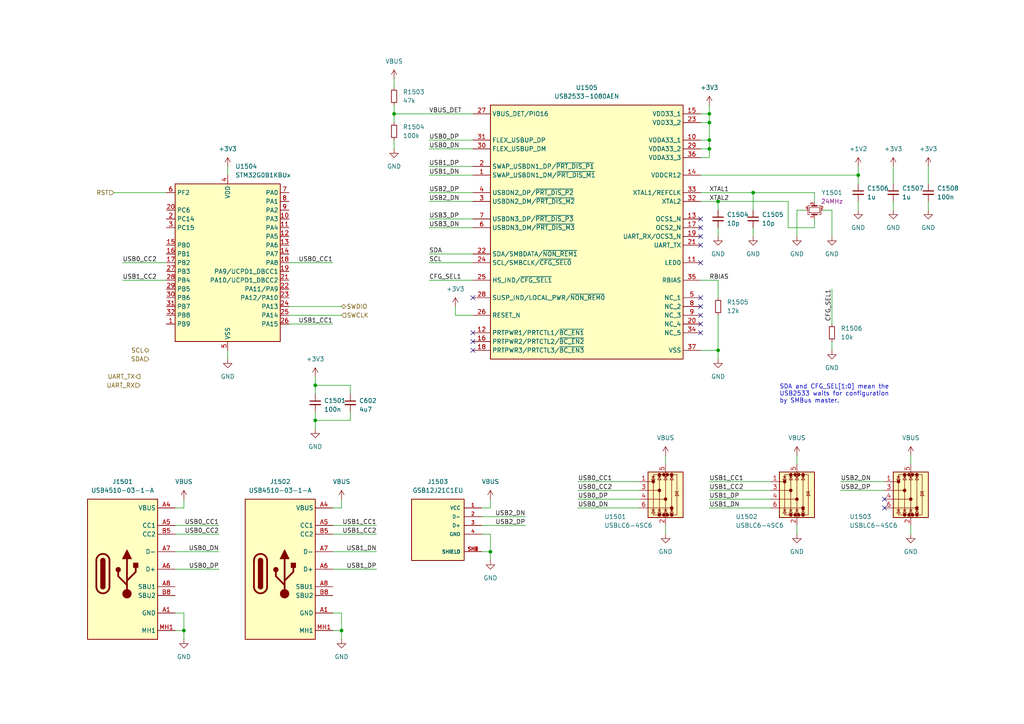
<source format=kicad_sch>
(kicad_sch (version 20231120) (generator "eeschema") (generator_version "8.0")
  (paper "A4")
  (lib_symbols
    (symbol "Device:C_Small" (pin_numbers hide) (pin_names (offset 0.254) hide)
      (property "Reference" "C" (at 0.254 1.778 0))
      (property "Value" "C_Small" (at 0.254 -2.032 0))
      (symbol "C_Small_0_1"
        (polyline (pts (xy -1.524 -0.508) (xy 1.524 -0.508)) (stroke (width 0.3302)))
        (polyline (pts (xy -1.524 0.508) (xy 1.524 0.508)) (stroke (width 0.3048)))
      )
      (symbol "C_Small_1_1"
        (pin passive line (at 0 2.54 270) (length 2.032) (name "~") (number "1"))
        (pin passive line (at 0 -2.54 90) (length 2.032) (name "~") (number "2"))
      )
    )
    (symbol "Device:Crystal_GND24_Small" (pin_names (offset 1.016) hide)
      (property "Reference" "Y" (at 1.27 4.445 0))
      (property "Value" "Crystal_GND24_Small" (at 1.27 2.54 0))
      (symbol "Crystal_GND24_Small_0_1"
        (rectangle (start -0.762 -1.524) (end 0.762 1.524))
        (polyline (pts (xy -1.27 -0.762) (xy -1.27 0.762)) (stroke (width 0.381)))
        (polyline (pts (xy 1.27 -0.762) (xy 1.27 0.762)) (stroke (width 0.381)))
        (polyline (pts (xy -1.27 -1.27) (xy -1.27 -1.905) (xy 1.27 -1.905) (xy 1.27 -1.27)))
        (polyline (pts (xy -1.27 1.27) (xy -1.27 1.905) (xy 1.27 1.905) (xy 1.27 1.27)))
      )
      (symbol "Crystal_GND24_Small_1_1"
        (pin passive line (at -2.54 0 0) (length 1.27) (name "1") (number "1"))
        (pin passive line (at 0 -2.54 90) (length 0.635) (name "2") (number "2"))
        (pin passive line (at 2.54 0 180) (length 1.27) (name "3") (number "3"))
        (pin passive line (at 0 2.54 270) (length 0.635) (name "4") (number "4"))
      )
    )
    (symbol "Device:R_Small" (pin_numbers hide) (pin_names (offset 0.254) hide)
      (property "Reference" "R" (at 0.762 0.508 0))
      (property "Value" "R_Small" (at 0.762 -1.016 0))
      (symbol "R_Small_0_1"
        (rectangle (start -0.762 1.778) (end 0.762 -1.778) (stroke (width 0.2032)))
      )
      (symbol "R_Small_1_1"
        (pin passive line (at 0 2.54 270) (length 0.762) (name "~") (number "1"))
        (pin passive line (at 0 -2.54 90) (length 0.762) (name "~") (number "2"))
      )
    )
    (symbol "GSB12J21C1EU:GSB12J21C1EU" (pin_names (offset 1.016))
      (property "Reference" "J" (at -7.62 8.382 0))
      (property "Value" "GSB12J21C1EU" (at -7.62 -12.7 0))
      (symbol "GSB12J21C1EU_0_0"
        (rectangle (start -7.62 -10.16) (end 7.62 7.62) (stroke (width 0.254)) (fill (type background)))
        (pin power_in line (at -12.7 5.08 0) (length 5.08) (name "VCC") (number "1"))
        (pin bidirectional line (at -12.7 2.54 0) (length 5.08) (name "D-") (number "2"))
        (pin bidirectional line (at -12.7 0 0) (length 5.08) (name "D+") (number "3"))
        (pin power_in line (at -12.7 -2.54 0) (length 5.08) (name "GND") (number "4"))
        (pin passive line (at -12.7 -7.62 0) (length 5.08) (name "SHIELD") (number "SH1"))
        (pin passive line (at -12.7 -7.62 0) (length 5.08) (name "SHIELD") (number "SH2"))
        (pin passive line (at -12.7 -7.62 0) (length 5.08) (name "SHIELD") (number "SH3"))
        (pin passive line (at -12.7 -7.62 0) (length 5.08) (name "SHIELD") (number "SH4"))
      )
    )
    (symbol "MCU_ST_STM32G0:STM32G0B1KBUx"
      (property "Reference" "U" (at -15.24 24.13 0))
      (property "Value" "STM32G0B1KBUx" (at 2.54 24.13 0))
      (symbol "STM32G0B1KBUx_0_1"
        (rectangle (start -15.24 -22.86) (end 15.24 22.86) (stroke (width 0.254)) (fill (type background)))
      )
      (symbol "STM32G0B1KBUx_1_1"
        (pin bidirectional line (at -17.78 -17.78 0) (length 2.54) (name "PB9") (number "1"))
        (pin bidirectional line (at 17.78 12.7 180) (length 2.54) (name "PA3") (number "10"))
        (pin bidirectional line (at 17.78 10.16 180) (length 2.54) (name "PA4") (number "11"))
        (pin bidirectional line (at 17.78 7.62 180) (length 2.54) (name "PA5") (number "12"))
        (pin bidirectional line (at 17.78 5.08 180) (length 2.54) (name "PA6") (number "13"))
        (pin bidirectional line (at 17.78 2.54 180) (length 2.54) (name "PA7") (number "14"))
        (pin bidirectional line (at -17.78 5.08 0) (length 2.54) (name "PB0") (number "15"))
        (pin bidirectional line (at -17.78 2.54 0) (length 2.54) (name "PB1") (number "16"))
        (pin bidirectional line (at -17.78 0 0) (length 2.54) (name "PB2") (number "17"))
        (pin bidirectional line (at 17.78 0 180) (length 2.54) (name "PA8") (number "18"))
        (pin bidirectional line (at 17.78 -2.54 180) (length 2.54) (name "PA9/UCPD1_DBCC1") (number "19"))
        (pin bidirectional line (at -17.78 12.7 0) (length 2.54) (name "PC14") (number "2"))
        (pin bidirectional line (at -17.78 15.24 0) (length 2.54) (name "PC6") (number "20"))
        (pin bidirectional line (at 17.78 -5.08 180) (length 2.54) (name "PA10/UCPD1_DBCC2") (number "21"))
        (pin bidirectional line (at 17.78 -7.62 180) (length 2.54) (name "PA11/PA9") (number "22"))
        (pin bidirectional line (at 17.78 -10.16 180) (length 2.54) (name "PA12/PA10") (number "23"))
        (pin bidirectional line (at 17.78 -12.7 180) (length 2.54) (name "PA13") (number "24"))
        (pin bidirectional line (at 17.78 -15.24 180) (length 2.54) (name "PA14") (number "25"))
        (pin bidirectional line (at 17.78 -17.78 180) (length 2.54) (name "PA15") (number "26"))
        (pin bidirectional line (at -17.78 -2.54 0) (length 2.54) (name "PB3") (number "27"))
        (pin bidirectional line (at -17.78 -5.08 0) (length 2.54) (name "PB4") (number "28"))
        (pin bidirectional line (at -17.78 -7.62 0) (length 2.54) (name "PB5") (number "29"))
        (pin bidirectional line (at -17.78 10.16 0) (length 2.54) (name "PC15") (number "3"))
        (pin bidirectional line (at -17.78 -10.16 0) (length 2.54) (name "PB6") (number "30"))
        (pin bidirectional line (at -17.78 -12.7 0) (length 2.54) (name "PB7") (number "31"))
        (pin bidirectional line (at -17.78 -15.24 0) (length 2.54) (name "PB8") (number "32"))
        (pin passive line (at 0 -25.4 90) (length 2.54) hide (name "VSS") (number "33"))
        (pin power_in line (at 0 25.4 270) (length 2.54) (name "VDD") (number "4"))
        (pin power_in line (at 0 -25.4 90) (length 2.54) (name "VSS") (number "5"))
        (pin bidirectional line (at -17.78 20.32 0) (length 2.54) (name "PF2") (number "6"))
        (pin bidirectional line (at 17.78 20.32 180) (length 2.54) (name "PA0") (number "7"))
        (pin bidirectional line (at 17.78 17.78 180) (length 2.54) (name "PA1") (number "8"))
        (pin bidirectional line (at 17.78 15.24 180) (length 2.54) (name "PA2") (number "9"))
      )
    )
    (symbol "Power_Protection:USBLC6-4SC6" (pin_names hide)
      (property "Reference" "U" (at 1.27 9.525 0))
      (property "Value" "USBLC6-4SC6" (at 1.27 6.985 0))
      (symbol "USBLC6-4SC6_0_0"
        (circle (center -3.556 2.54) (radius 0.0001) (stroke (width 0.508)))
        (circle (center -1.778 -7.112) (radius 0.0001) (stroke (width 0.508)))
        (circle (center -1.778 0) (radius 0.0001) (stroke (width 0.508)))
        (circle (center -1.778 4.572) (radius 0.0001) (stroke (width 0.508)))
        (circle (center -0.508 -7.112) (radius 0.0001) (stroke (width 0.508)))
        (circle (center -0.508 4.572) (radius 0.0001) (stroke (width 0.508)))
        (circle (center 0 -2.54) (radius 0.0001) (stroke (width 0.508)))
        (circle (center 0.508 -7.112) (radius 0.0001) (stroke (width 0.508)))
        (circle (center 0.508 4.572) (radius 0.0001) (stroke (width 0.508)))
        (circle (center 1.778 -7.112) (radius 0.0001) (stroke (width 0.508)))
        (circle (center 1.778 -5.08) (radius 0.0001) (stroke (width 0.508)))
        (circle (center 1.778 4.572) (radius 0.0001) (stroke (width 0.508)))
      )
      (symbol "USBLC6-4SC6_0_1"
        (polyline (pts (xy -5.08 -5.08) (xy 1.778 -5.08)))
        (polyline (pts (xy -5.08 -2.54) (xy 0 -2.54)))
        (polyline (pts (xy -5.08 0) (xy -1.778 0)))
        (polyline (pts (xy -5.08 2.54) (xy -3.556 2.54)))
        (polyline (pts (xy -4.064 -5.588) (xy -3.048 -5.588)))
        (polyline (pts (xy -3.048 4.064) (xy -4.064 4.064)))
        (polyline (pts (xy -2.286 -5.588) (xy -1.27 -5.588)))
        (polyline (pts (xy -2.286 4.064) (xy -1.27 4.064)))
        (polyline (pts (xy -0.508 -5.588) (xy 0.508 -5.588)))
        (polyline (pts (xy 0 5.08) (xy 0.508 4.572)))
        (polyline (pts (xy 0.508 -7.112) (xy -0.508 -7.112)))
        (polyline (pts (xy 0.508 4.064) (xy -0.508 4.064)))
        (polyline (pts (xy 1.27 4.064) (xy 2.286 4.064)))
        (polyline (pts (xy 2.286 -5.588) (xy 1.27 -5.588)))
        (polyline (pts (xy 2.794 -0.762) (xy 2.794 -0.381) (xy 3.81 -0.381)))
        (polyline (pts (xy -4.064 3.048) (xy -3.048 3.048) (xy -3.556 4.064) (xy -4.064 3.048)))
        (polyline (pts (xy -3.048 -6.604) (xy -4.064 -6.604) (xy -3.556 -5.588) (xy -3.048 -6.604)))
        (polyline (pts (xy -1.27 -6.604) (xy -2.286 -6.604) (xy -1.778 -5.588) (xy -1.27 -6.604)))
        (polyline (pts (xy -1.27 3.048) (xy -2.286 3.048) (xy -1.778 4.064) (xy -1.27 3.048)))
        (polyline (pts (xy -0.508 -6.604) (xy 0.508 -6.604) (xy 0 -5.588) (xy -0.508 -6.604)))
        (polyline (pts (xy -0.508 3.048) (xy 0.508 3.048) (xy 0 4.064) (xy -0.508 3.048)))
        (polyline (pts (xy 1.27 -6.604) (xy 2.286 -6.604) (xy 1.778 -5.588) (xy 1.27 -6.604)))
        (polyline (pts (xy 1.778 4.572) (xy 3.302 4.572) (xy 3.302 -7.112) (xy 1.778 -7.112)))
        (polyline (pts (xy 2.286 3.048) (xy 1.27 3.048) (xy 1.778 4.064) (xy 2.286 3.048)))
        (polyline (pts (xy 3.81 -1.524) (xy 2.794 -1.524) (xy 3.302 -0.508) (xy 3.81 -1.524)))
      )
      (symbol "USBLC6-4SC6_1_1"
        (rectangle (start -5.08 5.334) (end 5.08 -7.874) (stroke (width 0.254)) (fill (type background)))
        (polyline (pts (xy -1.778 4.572) (xy -3.556 4.572) (xy -3.556 -7.112) (xy -1.778 -7.112)))
        (polyline (pts (xy -0.508 4.572) (xy 1.778 4.572) (xy 1.778 -7.112) (xy 0.508 -7.112)))
        (polyline (pts (xy 0.508 -7.112) (xy 0 -6.604) (xy 0 4.064) (xy -0.508 4.572)))
        (polyline (pts (xy 0 -7.62) (xy -0.508 -7.112) (xy -1.778 -7.112) (xy -1.778 4.572) (xy -0.508 4.572)))
        (pin passive line (at -7.62 2.54 0) (length 2.54) (name "I/O1") (number "1"))
        (pin passive line (at 0 -10.16 90) (length 2.54) (name "GND") (number "2"))
        (pin passive line (at -7.62 0 0) (length 2.54) (name "I/O2") (number "3"))
        (pin passive line (at -7.62 -2.54 0) (length 2.54) (name "I/O3") (number "4"))
        (pin passive line (at 0 7.62 270) (length 2.54) (name "VBUS") (number "5"))
        (pin passive line (at -7.62 -5.08 0) (length 2.54) (name "I/O4") (number "6"))
      )
    )
    (symbol "USB2533-1080AEN:USB2533-1080AEN"
      (property "Reference" "U" (at 74.93 45.72 0))
      (property "Value" "USB2533-1080AEN" (at 74.93 43.18 0))
      (symbol "USB2533-1080AEN_1_1"
        (rectangle (start -27.94 0) (end 27.94 -73.66) (stroke (width 0.254)) (fill (type background)))
        (pin passive line (at -33.02 -20.32 0) (length 5.08) (name "SWAP_USBDN1_DM/~{PRT_DIS_M1}") (number "1"))
        (pin passive line (at 33.02 -10.16 180) (length 5.08) (name "VDDA33_1") (number "10"))
        (pin passive line (at 33.02 -45.72 180) (length 5.08) (name "LED0") (number "11"))
        (pin passive line (at -33.02 -66.04 0) (length 5.08) (name "PRTPWR1/PRTCTL1/~{BC_EN1}") (number "12"))
        (pin passive line (at 33.02 -33.02 180) (length 5.08) (name "OCS1_N") (number "13"))
        (pin passive line (at 33.02 -20.32 180) (length 5.08) (name "VDDCR12") (number "14"))
        (pin passive line (at 33.02 -2.54 180) (length 5.08) (name "VDD33_1") (number "15"))
        (pin passive line (at -33.02 -68.58 0) (length 5.08) (name "PRTPWR2/PRTCTL2/~{BC_EN2}") (number "16"))
        (pin passive line (at 33.02 -35.56 180) (length 5.08) (name "OCS2_N") (number "17"))
        (pin passive line (at -33.02 -71.12 0) (length 5.08) (name "PRTPWR3/PRTCTL3/~{BC_EN3}") (number "18"))
        (pin passive line (at 33.02 -38.1 180) (length 5.08) (name "UART_RX/OCS3_N") (number "19"))
        (pin passive line (at -33.02 -17.78 0) (length 5.08) (name "SWAP_USBDN1_DP/~{PRT_DIS_P1}") (number "2"))
        (pin passive line (at 33.02 -63.5 180) (length 5.08) (name "NC_4") (number "20"))
        (pin passive line (at 33.02 -40.64 180) (length 5.08) (name "UART_TX") (number "21"))
        (pin passive line (at -33.02 -43.18 0) (length 5.08) (name "SDA/SMBDATA/~{NON_REM1}") (number "22"))
        (pin passive line (at 33.02 -5.08 180) (length 5.08) (name "VDD33_2") (number "23"))
        (pin passive line (at -33.02 -45.72 0) (length 5.08) (name "SCL/SMBCLK/~{CFG_SEL0}") (number "24"))
        (pin passive line (at -33.02 -50.8 0) (length 5.08) (name "HS_IND/~{CFG_SEL1}") (number "25"))
        (pin passive line (at -33.02 -60.96 0) (length 5.08) (name "RESET_N") (number "26"))
        (pin passive line (at -33.02 -2.54 0) (length 5.08) (name "VBUS_DET/PIO16") (number "27"))
        (pin passive line (at -33.02 -55.88 0) (length 5.08) (name "SUSP_IND/LOCAL_PWR/~{NON_REM0}") (number "28"))
        (pin passive line (at 33.02 -12.7 180) (length 5.08) (name "VDDA33_2") (number "29"))
        (pin passive line (at -33.02 -27.94 0) (length 5.08) (name "USBDN2_DM/~{PRT_DIS_M2}") (number "3"))
        (pin passive line (at -33.02 -12.7 0) (length 5.08) (name "FLEX_USBUP_DM") (number "30"))
        (pin passive line (at -33.02 -10.16 0) (length 5.08) (name "FLEX_USBUP_DP") (number "31"))
        (pin passive line (at 33.02 -27.94 180) (length 5.08) (name "XTAL2") (number "32"))
        (pin passive line (at 33.02 -25.4 180) (length 5.08) (name "XTAL1/REFCLK") (number "33"))
        (pin passive line (at 33.02 -66.04 180) (length 5.08) (name "NC_5") (number "34"))
        (pin passive line (at 33.02 -50.8 180) (length 5.08) (name "RBIAS") (number "35"))
        (pin passive line (at 33.02 -15.24 180) (length 5.08) (name "VDDA33_3") (number "36"))
        (pin passive line (at 33.02 -71.12 180) (length 5.08) (name "VSS") (number "37"))
        (pin passive line (at -33.02 -25.4 0) (length 5.08) (name "USBDN2_DP/~{PRT_DIS_P2}") (number "4"))
        (pin passive line (at 33.02 -55.88 180) (length 5.08) (name "NC_1") (number "5"))
        (pin passive line (at -33.02 -35.56 0) (length 5.08) (name "USBDN3_DM/~{PRT_DIS_M3}") (number "6"))
        (pin passive line (at -33.02 -33.02 0) (length 5.08) (name "USBDN3_DP/~{PRT_DIS_P3}") (number "7"))
        (pin passive line (at 33.02 -58.42 180) (length 5.08) (name "NC_2") (number "8"))
        (pin passive line (at 33.02 -60.96 180) (length 5.08) (name "NC_3") (number "9"))
      )
    )
    (symbol "USB4510-03-1-A:USB4510-03-1-A"
      (property "Reference" "J" (at 0 5.08 0))
      (property "Value" "USB4510-03-1-A" (at 0 2.54 0))
      (symbol "USB4510-03-1-A_0_1"
        (rectangle (start -10.16 0) (end 10.16 -40.64) (stroke (width 0.254)) (fill (type background)))
        (arc (start -7.62 -25.4) (mid -5.715 -27.2967) (end -3.81 -25.4) (stroke (width 0.508)))
        (arc (start -6.35 -25.4) (mid -5.715 -26.0323) (end -5.08 -25.4) (stroke (width 0.254)))
        (arc (start -6.35 -25.4) (mid -5.715 -26.0323) (end -5.08 -25.4) (stroke (width 0.254)) (fill (type outline)))
        (rectangle (start -6.35 -25.4) (end -5.08 -17.78) (stroke (width 0.254)) (fill (type outline)))
        (arc (start -5.08 -17.78) (mid -5.715 -17.1477) (end -6.35 -17.78) (stroke (width 0.254)))
        (arc (start -5.08 -17.78) (mid -5.715 -17.1477) (end -6.35 -17.78) (stroke (width 0.254)) (fill (type outline)))
        (arc (start -3.81 -17.78) (mid -5.715 -15.8833) (end -7.62 -17.78) (stroke (width 0.508)))
        (polyline (pts (xy -7.62 -25.4) (xy -7.62 -17.78)) (stroke (width 0.508)))
        (polyline (pts (xy -3.81 -17.78) (xy -3.81 -25.4)) (stroke (width 0.508)))
      )
      (symbol "USB4510-03-1-A_1_1"
        (circle (center -1.27 -20.447) (radius 0.635) (stroke (width 0.254)) (fill (type outline)))
        (polyline (pts (xy 1.27 -27.432) (xy 1.27 -17.272)) (stroke (width 0.508)))
        (polyline (pts (xy 1.27 -24.892) (xy -1.27 -22.352) (xy -1.27 -21.082)) (stroke (width 0.508)))
        (polyline (pts (xy 1.27 -23.622) (xy 3.81 -21.082) (xy 3.81 -19.812)) (stroke (width 0.508)))
        (polyline (pts (xy 0 -17.272) (xy 1.27 -14.732) (xy 2.54 -17.272) (xy 0 -17.272)) (stroke (width 0.254)) (fill (type outline)))
        (circle (center 1.27 -27.432) (radius 1.27) (fill (type outline)))
        (rectangle (start 3.175 -19.812) (end 4.445 -18.542) (stroke (width 0.254)) (fill (type outline)))
        (pin passive line (at 15.24 -33.02 180) (length 5.08) (name "GND") (number "A1"))
        (pin passive line (at 15.24 -33.02 180) (length 5.08) hide (name "GND") (number "A12"))
        (pin passive line (at 15.24 -2.54 180) (length 5.08) (name "VBUS") (number "A4"))
        (pin bidirectional line (at 15.24 -7.62 180) (length 5.08) (name "CC1") (number "A5"))
        (pin bidirectional line (at 15.24 -20.32 180) (length 5.08) (name "D+") (number "A6"))
        (pin bidirectional line (at 15.24 -15.24 180) (length 5.08) (name "D-") (number "A7"))
        (pin bidirectional line (at 15.24 -25.4 180) (length 5.08) (name "SBU1") (number "A8"))
        (pin passive line (at 15.24 -2.54 180) (length 5.08) hide (name "VBUS") (number "A9"))
        (pin bidirectional line (at 15.24 -10.16 180) (length 5.08) (name "CC2") (number "B5"))
        (pin passive line (at 15.24 -20.32 180) (length 5.08) hide (name "D+") (number "B6"))
        (pin passive line (at 15.24 -15.24 180) (length 5.08) hide (name "D-") (number "B7"))
        (pin bidirectional line (at 15.24 -27.94 180) (length 5.08) (name "SBU2") (number "B8"))
        (pin passive line (at 15.24 -38.1 180) (length 5.08) (name "MH1") (number "MH1"))
        (pin passive line (at 15.24 -38.1 180) (length 5.08) hide (name "MH2") (number "MH2"))
        (pin passive line (at 15.24 -38.1 180) (length 5.08) hide (name "MH3") (number "MH3"))
        (pin passive line (at 15.24 -38.1 180) (length 5.08) hide (name "MH4") (number "MH4"))
      )
    )
    (symbol "power:+1V2" (power) (pin_numbers hide) (pin_names (offset 0) hide)
      (property "Value" "+1V2" (at 0 3.556 0))
      (symbol "+1V2_0_1"
        (polyline (pts (xy -0.762 1.27) (xy 0 2.54)))
        (polyline (pts (xy 0 0) (xy 0 2.54)))
        (polyline (pts (xy 0 2.54) (xy 0.762 1.27)))
      )
      (symbol "+1V2_1_1"
        (pin power_in line (at 0 0 90) (length 0) (name "~") (number "1"))
      )
    )
    (symbol "power:+3V3" (power) (pin_numbers hide) (pin_names (offset 0) hide)
      (property "Value" "+3V3" (at 0 3.556 0))
      (symbol "+3V3_0_1"
        (polyline (pts (xy -0.762 1.27) (xy 0 2.54)))
        (polyline (pts (xy 0 0) (xy 0 2.54)))
        (polyline (pts (xy 0 2.54) (xy 0.762 1.27)))
      )
      (symbol "+3V3_1_1"
        (pin power_in line (at 0 0 90) (length 0) (name "~") (number "1"))
      )
    )
    (symbol "power:GND" (power) (pin_numbers hide) (pin_names (offset 0) hide)
      (property "Value" "GND" (at 0 -3.81 0))
      (symbol "GND_0_1"
        (polyline (pts (xy 0 0) (xy 0 -1.27) (xy 1.27 -1.27) (xy 0 -2.54) (xy -1.27 -1.27) (xy 0 -1.27)))
      )
      (symbol "GND_1_1"
        (pin power_in line (at 0 0 270) (length 0) (name "~") (number "1"))
      )
    )
    (symbol "power:VBUS" (power) (pin_numbers hide) (pin_names (offset 0) hide)
      (property "Value" "VBUS" (at 0 3.556 0))
      (symbol "VBUS_0_1"
        (polyline (pts (xy -0.762 1.27) (xy 0 2.54)))
        (polyline (pts (xy 0 0) (xy 0 2.54)))
        (polyline (pts (xy 0 2.54) (xy 0.762 1.27)))
      )
      (symbol "VBUS_1_1"
        (pin power_in line (at 0 0 90) (length 0) (name "~") (number "1"))
      )
    )
  )
  (junction (at 205.74 40.64))
  (junction (at 142.24 160.02))
  (junction (at 205.74 35.56))
  (junction (at 91.44 121.92))
  (junction (at 205.74 33.02))
  (junction (at 53.34 182.88))
  (junction (at 205.74 43.18))
  (junction (at 91.44 111.76))
  (junction (at 208.28 101.6))
  (junction (at 208.28 58.42))
  (junction (at 248.92 50.8))
  (junction (at 114.3 33.02))
  (junction (at 218.44 55.88))
  (junction (at 99.06 182.88))
  (no_connect (at 203.2 71.12))
  (no_connect (at 203.2 91.44))
  (no_connect (at 203.2 68.58))
  (no_connect (at 203.2 88.9))
  (no_connect (at 137.16 86.36))
  (no_connect (at 203.2 96.52))
  (no_connect (at 137.16 101.6))
  (no_connect (at 203.2 66.04))
  (no_connect (at 203.2 93.98))
  (no_connect (at 203.2 86.36))
  (no_connect (at 203.2 76.2))
  (no_connect (at 137.16 99.06))
  (no_connect (at 203.2 63.5))
  (no_connect (at 137.16 96.52))
  (no_connect (at 256.54 144.78))
  (no_connect (at 256.54 147.32))
  (wire (pts (xy 185.42 147.32) (xy 167.64 147.32)))
  (wire (pts (xy 218.44 66.04) (xy 218.44 68.58)))
  (wire (pts (xy 99.06 177.8) (xy 99.06 182.88)))
  (wire (pts (xy 53.34 144.78) (xy 53.34 147.32)))
  (wire (pts (xy 205.74 45.72) (xy 203.2 45.72)))
  (wire (pts (xy 142.24 144.78) (xy 142.24 147.32)))
  (wire (pts (xy 248.92 50.8) (xy 248.92 48.26)))
  (wire (pts (xy 167.64 142.24) (xy 185.42 142.24)))
  (wire (pts (xy 203.2 58.42) (xy 208.28 58.42)))
  (wire (pts (xy 132.08 91.44) (xy 137.16 91.44)))
  (wire (pts (xy 205.74 142.24) (xy 223.52 142.24)))
  (wire (pts (xy 139.7 154.94) (xy 142.24 154.94)))
  (wire (pts (xy 124.46 63.5) (xy 137.16 63.5)))
  (wire (pts (xy 223.52 144.78) (xy 205.74 144.78)))
  (wire (pts (xy 142.24 154.94) (xy 142.24 160.02)))
  (wire (pts (xy 205.74 139.7) (xy 223.52 139.7)))
  (wire (pts (xy 264.16 132.08) (xy 264.16 134.62)))
  (wire (pts (xy 91.44 121.92) (xy 101.6 121.92)))
  (wire (pts (xy 259.08 48.26) (xy 259.08 53.34)))
  (wire (pts (xy 66.04 48.26) (xy 66.04 50.8)))
  (wire (pts (xy 241.3 99.06) (xy 241.3 101.6)))
  (wire (pts (xy 203.2 101.6) (xy 208.28 101.6)))
  (wire (pts (xy 231.14 60.96) (xy 231.14 68.58)))
  (wire (pts (xy 205.74 30.48) (xy 205.74 33.02)))
  (wire (pts (xy 124.46 50.8) (xy 137.16 50.8)))
  (wire (pts (xy 259.08 58.42) (xy 259.08 60.96)))
  (wire (pts (xy 91.44 109.22) (xy 91.44 111.76)))
  (wire (pts (xy 50.8 160.02) (xy 63.5 160.02)))
  (wire (pts (xy 66.04 101.6) (xy 66.04 104.14)))
  (wire (pts (xy 248.92 50.8) (xy 248.92 53.34)))
  (wire (pts (xy 124.46 76.2) (xy 137.16 76.2)))
  (wire (pts (xy 203.2 55.88) (xy 218.44 55.88)))
  (wire (pts (xy 99.06 91.44) (xy 83.82 91.44)))
  (wire (pts (xy 139.7 160.02) (xy 142.24 160.02)))
  (wire (pts (xy 91.44 111.76) (xy 101.6 111.76)))
  (wire (pts (xy 53.34 177.8) (xy 53.34 182.88)))
  (wire (pts (xy 63.5 152.4) (xy 50.8 152.4)))
  (wire (pts (xy 114.3 33.02) (xy 137.16 33.02)))
  (wire (pts (xy 236.22 66.04) (xy 236.22 63.5)))
  (wire (pts (xy 35.56 81.28) (xy 48.26 81.28)))
  (wire (pts (xy 63.5 154.94) (xy 50.8 154.94)))
  (wire (pts (xy 205.74 35.56) (xy 203.2 35.56)))
  (wire (pts (xy 96.52 165.1) (xy 109.22 165.1)))
  (wire (pts (xy 91.44 119.38) (xy 91.44 121.92)))
  (wire (pts (xy 205.74 33.02) (xy 203.2 33.02)))
  (wire (pts (xy 99.06 147.32) (xy 96.52 147.32)))
  (wire (pts (xy 50.8 182.88) (xy 53.34 182.88)))
  (wire (pts (xy 243.84 142.24) (xy 256.54 142.24)))
  (wire (pts (xy 205.74 40.64) (xy 205.74 43.18)))
  (wire (pts (xy 264.16 152.4) (xy 264.16 154.94)))
  (wire (pts (xy 205.74 40.64) (xy 203.2 40.64)))
  (wire (pts (xy 208.28 66.04) (xy 208.28 68.58)))
  (wire (pts (xy 91.44 111.76) (xy 91.44 114.3)))
  (wire (pts (xy 101.6 119.38) (xy 101.6 121.92)))
  (wire (pts (xy 114.3 43.18) (xy 114.3 40.64)))
  (wire (pts (xy 228.6 58.42) (xy 228.6 66.04)))
  (wire (pts (xy 96.52 76.2) (xy 83.82 76.2)))
  (wire (pts (xy 53.34 147.32) (xy 50.8 147.32)))
  (wire (pts (xy 83.82 93.98) (xy 96.52 93.98)))
  (wire (pts (xy 124.46 40.64) (xy 137.16 40.64)))
  (wire (pts (xy 233.68 60.96) (xy 231.14 60.96)))
  (wire (pts (xy 91.44 121.92) (xy 91.44 124.46)))
  (wire (pts (xy 152.4 152.4) (xy 139.7 152.4)))
  (wire (pts (xy 185.42 144.78) (xy 167.64 144.78)))
  (wire (pts (xy 205.74 43.18) (xy 205.74 45.72)))
  (wire (pts (xy 228.6 66.04) (xy 236.22 66.04)))
  (wire (pts (xy 167.64 139.7) (xy 185.42 139.7)))
  (wire (pts (xy 193.04 132.08) (xy 193.04 134.62)))
  (wire (pts (xy 208.28 101.6) (xy 208.28 104.14)))
  (wire (pts (xy 218.44 55.88) (xy 218.44 60.96)))
  (wire (pts (xy 241.3 68.58) (xy 241.3 60.96)))
  (wire (pts (xy 243.84 139.7) (xy 256.54 139.7)))
  (wire (pts (xy 269.24 58.42) (xy 269.24 60.96)))
  (wire (pts (xy 96.52 177.8) (xy 99.06 177.8)))
  (wire (pts (xy 114.3 22.86) (xy 114.3 25.4)))
  (wire (pts (xy 124.46 73.66) (xy 137.16 73.66)))
  (wire (pts (xy 142.24 147.32) (xy 139.7 147.32)))
  (wire (pts (xy 241.3 60.96) (xy 238.76 60.96)))
  (wire (pts (xy 203.2 50.8) (xy 248.92 50.8)))
  (wire (pts (xy 205.74 35.56) (xy 205.74 40.64)))
  (wire (pts (xy 142.24 160.02) (xy 142.24 162.56)))
  (wire (pts (xy 99.06 144.78) (xy 99.06 147.32)))
  (wire (pts (xy 50.8 177.8) (xy 53.34 177.8)))
  (wire (pts (xy 50.8 165.1) (xy 63.5 165.1)))
  (wire (pts (xy 124.46 81.28) (xy 137.16 81.28)))
  (wire (pts (xy 231.14 152.4) (xy 231.14 154.94)))
  (wire (pts (xy 114.3 33.02) (xy 114.3 35.56)))
  (wire (pts (xy 124.46 66.04) (xy 137.16 66.04)))
  (wire (pts (xy 101.6 114.3) (xy 101.6 111.76)))
  (wire (pts (xy 96.52 182.88) (xy 99.06 182.88)))
  (wire (pts (xy 205.74 33.02) (xy 205.74 35.56)))
  (wire (pts (xy 152.4 149.86) (xy 139.7 149.86)))
  (wire (pts (xy 109.22 154.94) (xy 96.52 154.94)))
  (wire (pts (xy 124.46 58.42) (xy 137.16 58.42)))
  (wire (pts (xy 208.28 58.42) (xy 228.6 58.42)))
  (wire (pts (xy 99.06 88.9) (xy 83.82 88.9)))
  (wire (pts (xy 33.02 55.88) (xy 48.26 55.88)))
  (wire (pts (xy 124.46 48.26) (xy 137.16 48.26)))
  (wire (pts (xy 248.92 58.42) (xy 248.92 60.96)))
  (wire (pts (xy 114.3 30.48) (xy 114.3 33.02)))
  (wire (pts (xy 208.28 86.36) (xy 208.28 81.28)))
  (wire (pts (xy 124.46 55.88) (xy 137.16 55.88)))
  (wire (pts (xy 53.34 182.88) (xy 53.34 185.42)))
  (wire (pts (xy 193.04 152.4) (xy 193.04 154.94)))
  (wire (pts (xy 208.28 81.28) (xy 203.2 81.28)))
  (wire (pts (xy 241.3 83.82) (xy 241.3 93.98)))
  (wire (pts (xy 109.22 152.4) (xy 96.52 152.4)))
  (wire (pts (xy 132.08 88.9) (xy 132.08 91.44)))
  (wire (pts (xy 231.14 132.08) (xy 231.14 134.62)))
  (wire (pts (xy 236.22 55.88) (xy 236.22 58.42)))
  (wire (pts (xy 208.28 91.44) (xy 208.28 101.6)))
  (wire (pts (xy 96.52 160.02) (xy 109.22 160.02)))
  (wire (pts (xy 208.28 58.42) (xy 208.28 60.96)))
  (wire (pts (xy 124.46 43.18) (xy 137.16 43.18)))
  (wire (pts (xy 223.52 147.32) (xy 205.74 147.32)))
  (wire (pts (xy 269.24 48.26) (xy 269.24 53.34)))
  (wire (pts (xy 205.74 43.18) (xy 203.2 43.18)))
  (wire (pts (xy 218.44 55.88) (xy 236.22 55.88)))
  (wire (pts (xy 35.56 76.2) (xy 48.26 76.2)))
  (wire (pts (xy 99.06 182.88) (xy 99.06 185.42)))
  (text "SDA and CFG_SEL[1:0] mean the\nUSB2533 waits for configuration\nby SMBus master." (at 226.06 114.3 0) (effects (font (size 1.27 1.27)) (justify left)))
  (label "USB1_DP" (at 205.74 144.78 0))
  (label "USB0_DP" (at 63.5 165.1 180))
  (label "CFG_SEL1" (at 241.3 83.82 270))
  (label "USB0_DN" (at 63.5 160.02 180))
  (label "USB1_CC1" (at 109.22 152.4 180))
  (label "USB0_DP" (at 167.64 144.78 0))
  (label "USB2_DN" (at 124.46 58.42 0))
  (label "USB1_CC1" (at 205.74 139.7 0))
  (label "XTAL2" (at 205.74 58.42 0))
  (label "USB2_DP" (at 124.46 55.88 0))
  (label "VBUS_DET" (at 124.46 33.02 0))
  (label "USB1_CC1" (at 96.52 93.98 180))
  (label "USB2_DN" (at 152.4 149.86 180))
  (label "USB1_CC2" (at 205.74 142.24 0))
  (label "USB0_CC2" (at 167.64 142.24 0))
  (label "USB0_DN" (at 167.64 147.32 0))
  (label "USB0_CC2" (at 35.56 76.2 0))
  (label "USB3_DP" (at 124.46 63.5 0))
  (label "USB1_DN" (at 109.22 160.02 180))
  (label "USB1_DN" (at 124.46 50.8 0))
  (label "USB1_CC2" (at 35.56 81.28 0))
  (label "USB3_DN" (at 124.46 66.04 0))
  (label "USB1_CC2" (at 109.22 154.94 180))
  (label "USB2_DN" (at 243.84 139.7 0))
  (label "USB0_DN" (at 124.46 43.18 0))
  (label "USB1_DN" (at 205.74 147.32 0))
  (label "RBIAS" (at 205.74 81.28 0))
  (label "USB1_DP" (at 109.22 165.1 180))
  (label "USB0_CC1" (at 96.52 76.2 180))
  (label "SDA" (at 124.46 73.66 0))
  (label "USB0_CC1" (at 167.64 139.7 0))
  (label "SCL" (at 124.46 76.2 0))
  (label "XTAL1" (at 205.74 55.88 0))
  (label "USB2_DP" (at 243.84 142.24 0))
  (label "USB0_DP" (at 124.46 40.64 0))
  (label "USB0_CC1" (at 63.5 152.4 180))
  (label "USB0_CC2" (at 63.5 154.94 180))
  (label "CFG_SEL1" (at 124.46 81.28 0))
  (label "USB1_DP" (at 124.46 48.26 0))
  (label "USB2_DP" (at 152.4 152.4 180))
  (hierarchical_label "SWDIO" (shape bidirectional) (at 99.06 88.9 0))
  (hierarchical_label "SCL" (shape bidirectional) (at 43.18 101.6 180))
  (hierarchical_label "SDA" (shape input) (at 43.18 104.14 180))
  (hierarchical_label "SWCLK" (shape input) (at 99.06 91.44 0))
  (hierarchical_label "UART_TX" (shape output) (at 40.64 109.22 180))
  (hierarchical_label "RST" (shape input) (at 33.02 55.88 180))
  (hierarchical_label "UART_RX" (shape input) (at 40.64 111.76 180))
  (symbol (lib_id "Power_Protection:USBLC6-4SC6") (at 193.04 142.24 0) (unit 1)
    (property "Reference" "U1501" (at 175.26 149.86 0) (effects (justify left)))
    (property "Value" "USBLC6-4SC6" (at 175.26 152.4 0) (effects (justify left)))
    (property "Footprint" "Package_TO_SOT_SMD:SOT-23-6" (effects (hide yes)))
    (property "Datasheet" "https://www.st.com/resource/en/datasheet/usblc6-4.pdf" (effects (hide yes)))
    (property "Description" "Very low capacitance ESD protection diode, 4 data-line, SOT-23-6" (effects (hide yes)))
    (instances (project "keyboard_v2" (path "" (reference "U1501") (unit 1)) (path "" (reference "U601") (unit 1))))
  )
  (symbol (lib_id "power:GND") (at 208.28 68.58 0) (unit 1)
    (property "Reference" "#PWR01524" (effects (hide yes)))
    (property "Value" "GND" (at 208.28 73.66 0))
    (property "Description" "Power symbol creates a global label with name \"GND\" , ground" (effects (hide yes)))
    (instances (project "keyboard_v2" (path "" (reference "#PWR01524") (unit 1)) (path "" (reference "#PWR0624") (unit 1))))
  )
  (symbol (lib_id "power:GND") (at 66.04 104.14 0) (unit 1)
    (property "Reference" "#PWR01519" (effects (hide yes)))
    (property "Value" "GND" (at 66.04 109.22 0))
    (property "Description" "Power symbol creates a global label with name \"GND\" , ground" (effects (hide yes)))
    (instances (project "keyboard_v2" (path "" (reference "#PWR01519") (unit 1)) (path "" (reference "#PWR0619") (unit 1))))
  )
  (symbol (lib_id "Device:C_Small") (at 101.6 116.84 0) (unit 1)
    (property "Reference" "C602" (at 104.14 116.2113 0) (effects (justify left)))
    (property "Value" "4u7" (at 104.14 118.7513 0) (effects (justify left)))
    (property "Footprint" "Capacitor_SMD:C_0402_1005Metric" (effects (hide yes)))
    (property "Description" "Unpolarized capacitor, small symbol" (effects (hide yes)))
    (instances (project "keyboard_v2" (path "" (reference "C602") (unit 1)) (path "" (reference "C1502") (unit 1))))
  )
  (symbol (lib_id "power:GND") (at 241.3 68.58 0) (unit 1)
    (property "Reference" "#PWR01528" (effects (hide yes)))
    (property "Value" "GND" (at 241.3 73.66 0))
    (property "Description" "Power symbol creates a global label with name \"GND\" , ground" (effects (hide yes)))
    (instances (project "keyboard_v2" (path "" (reference "#PWR01528") (unit 1)) (path "" (reference "#PWR0628") (unit 1))))
  )
  (symbol (lib_id "power:GND") (at 193.04 154.94 0) (unit 1)
    (property "Reference" "#PWR01508" (effects (hide yes)))
    (property "Value" "GND" (at 193.04 160.02 0))
    (property "Description" "Power symbol creates a global label with name \"GND\" , ground" (effects (hide yes)))
    (instances (project "keyboard_v2" (path "" (reference "#PWR01508") (unit 1)) (path "" (reference "#PWR0608") (unit 1))))
  )
  (symbol (lib_id "Device:Crystal_GND24_Small") (at 236.22 60.96 90) (unit 1)
    (property "Reference" "Y1501" (at 241.3 55.88 90))
    (property "Value" "CX2016SA24000D0HLLG3" (effects (hide yes)))
    (property "Footprint" "Crystal:Crystal_SMD_2016-4Pin_2.0x1.6mm" (effects (hide yes)))
    (property "Description" "Four pin crystal, GND on pins 2 and 4, small symbol" (effects (hide yes)))
    (property "Frequency" "24MHz" (at 241.3 58.42 90))
    (instances (project "keyboard_v2" (path "" (reference "Y1501") (unit 1)) (path "" (reference "Y601") (unit 1))))
  )
  (symbol (lib_id "Device:C_Small") (at 208.28 63.5 0) (unit 1)
    (property "Reference" "C1504" (at 210.82 62.2362 0) (effects (justify left)))
    (property "Value" "10p" (at 210.82 64.7762 0) (effects (justify left)))
    (property "Footprint" "Capacitor_SMD:C_0402_1005Metric" (effects (hide yes)))
    (property "Description" "Unpolarized capacitor, small symbol" (effects (hide yes)))
    (instances (project "keyboard_v2" (path "" (reference "C1504") (unit 1)) (path "" (reference "C604") (unit 1))))
  )
  (symbol (lib_id "power:GND") (at 259.08 60.96 0) (unit 1)
    (property "Reference" "#PWR01533" (effects (hide yes)))
    (property "Value" "GND" (at 259.08 66.04 0))
    (property "Description" "Power symbol creates a global label with name \"GND\" , ground" (effects (hide yes)))
    (instances (project "keyboard_v2" (path "" (reference "#PWR01533") (unit 1)) (path "" (reference "#PWR0633") (unit 1))))
  )
  (symbol (lib_id "USB4510-03-1-A:USB4510-03-1-A") (at 81.28 144.78 0) (unit 1)
    (property "Reference" "J1502" (at 81.28 139.7 0))
    (property "Value" "USB4510-03-1-A" (at 81.28 142.24 0))
    (property "Footprint" "keyboard_footprints:USB4510031A" (effects (hide yes)))
    (property "Datasheet" "https://gct.co/files/drawings/usb4510.pdf" (effects (hide yes)))
    (property "Description" "USB Connectors USB C Rec 16P 3u\" Mid Mnt 1.6mm O-set SMT L = 6.5mm S-Spring" (effects (hide yes)))
    (property "Height" "3.36" (effects (hide yes)))
    (property "Mouser Part Number" "640-USB4510031A" (effects (hide yes)))
    (property "Mouser Price/Stock" "https://www.mouser.co.uk/ProductDetail/GCT/USB4510-03-1-A?qs=7D1LtPJG0i3iod3O3OZ7LA%3D%3D" (effects (hide yes)))
    (property "Manufacturer_Name" "GCT (GLOBAL CONNECTOR TECHNOLOGY)" (effects (hide yes)))
    (property "Manufacturer_Part_Number" "USB4510-03-1-A" (effects (hide yes)))
    (instances (project "keyboard_v2" (path "" (reference "J1502") (unit 1)) (path "" (reference "J602") (unit 1))))
  )
  (symbol (lib_id "power:GND") (at 218.44 68.58 0) (unit 1)
    (property "Reference" "#PWR01526" (effects (hide yes)))
    (property "Value" "GND" (at 218.44 73.66 0))
    (property "Description" "Power symbol creates a global label with name \"GND\" , ground" (effects (hide yes)))
    (instances (project "keyboard_v2" (path "" (reference "#PWR01526") (unit 1)) (path "" (reference "#PWR0626") (unit 1))))
  )
  (symbol (lib_id "power:GND") (at 99.06 185.42 0) (unit 1)
    (property "Reference" "#PWR01504" (effects (hide yes)))
    (property "Value" "GND" (at 99.06 190.5 0))
    (property "Description" "Power symbol creates a global label with name \"GND\" , ground" (effects (hide yes)))
    (instances (project "keyboard_v2" (path "" (reference "#PWR01504") (unit 1)) (path "" (reference "#PWR0604") (unit 1))))
  )
  (symbol (lib_id "USB2533-1080AEN:USB2533-1080AEN") (at 170.18 30.48 0) (unit 1)
    (property "Reference" "U1505" (at 170.18 25.4 0))
    (property "Value" "USB2533-1080AEN" (at 170.18 27.94 0))
    (property "Footprint" "keyboard_footprints:QFN50P600X600X100-37N-D" (effects (hide yes)))
    (property "Datasheet" "https://ww1.microchip.com/downloads/en/DeviceDoc/00001702C.pdf" (effects (hide yes)))
    (property "Description" "Microchip USB2533-1080AEN, USB Controller, USB 2.0, 3.3 V, 36-Pin SQFN" (effects (hide yes)))
    (property "Height" "1" (effects (hide yes)))
    (property "Mouser Part Number" "579-USB2533-1080AEN" (effects (hide yes)))
    (property "Mouser Price/Stock" "https://www.mouser.co.uk/ProductDetail/Microchip-Technology-Atmel/USB2533-1080AEN?qs=3i1%252BhB2xfwkiUdr5ZR6aAQ%3D%3D" (effects (hide yes)))
    (property "Manufacturer_Name" "Microchip" (effects (hide yes)))
    (property "Manufacturer_Part_Number" "USB2533-1080AEN" (effects (hide yes)))
    (instances (project "keyboard_v2" (path "" (reference "U1505") (unit 1)) (path "" (reference "U605") (unit 1))))
  )
  (symbol (lib_id "power:+3V3") (at 269.24 48.26 0) (unit 1)
    (property "Reference" "#PWR01534" (effects (hide yes)))
    (property "Value" "+3V3" (at 269.24 43.18 0))
    (property "Description" "Power symbol creates a global label with name \"+3V3\"" (effects (hide yes)))
    (instances (project "keyboard_v2" (path "" (reference "#PWR01534") (unit 1)) (path "" (reference "#PWR0634") (unit 1))))
  )
  (symbol (lib_id "power:VBUS") (at 264.16 132.08 0) (unit 1)
    (property "Reference" "#PWR01511" (effects (hide yes)))
    (property "Value" "VBUS" (at 264.16 127 0))
    (property "Description" "Power symbol creates a global label with name \"VBUS\"" (effects (hide yes)))
    (instances (project "keyboard_v2" (path "" (reference "#PWR01511") (unit 1)) (path "" (reference "#PWR0611") (unit 1))))
  )
  (symbol (lib_id "power:GND") (at 231.14 154.94 0) (unit 1)
    (property "Reference" "#PWR01510" (effects (hide yes)))
    (property "Value" "GND" (at 231.14 160.02 0))
    (property "Description" "Power symbol creates a global label with name \"GND\" , ground" (effects (hide yes)))
    (instances (project "keyboard_v2" (path "" (reference "#PWR01510") (unit 1)) (path "" (reference "#PWR0610") (unit 1))))
  )
  (symbol (lib_id "power:GND") (at 231.14 68.58 0) (unit 1)
    (property "Reference" "#PWR01527" (effects (hide yes)))
    (property "Value" "GND" (at 231.14 73.66 0))
    (property "Description" "Power symbol creates a global label with name \"GND\" , ground" (effects (hide yes)))
    (instances (project "keyboard_v2" (path "" (reference "#PWR01527") (unit 1)) (path "" (reference "#PWR0627") (unit 1))))
  )
  (symbol (lib_id "Device:R_Small") (at 241.3 96.52 0) (unit 1)
    (property "Reference" "R1506" (at 243.84 95.2499 0) (effects (justify left)))
    (property "Value" "10k" (at 243.84 97.7899 0) (effects (justify left)))
    (property "Footprint" "Resistor_SMD:R_0402_1005Metric" (effects (hide yes)))
    (property "Description" "Resistor, small symbol" (effects (hide yes)))
    (instances (project "keyboard_v2" (path "" (reference "R1506") (unit 1)) (path "" (reference "R606") (unit 1))))
  )
  (symbol (lib_id "MCU_ST_STM32G0:STM32G0B1KBUx") (at 66.04 76.2 0) (unit 1)
    (property "Reference" "U1504" (at 68.2341 48.26 0) (effects (justify left)))
    (property "Value" "STM32G0B1KBUx" (at 68.2341 50.8 0) (effects (justify left)))
    (property "Footprint" "Package_DFN_QFN:QFN-32-1EP_5x5mm_P0.5mm_EP3.45x3.45mm" (effects (hide yes)))
    (property "Datasheet" "https://www.st.com/resource/en/datasheet/stm32g0b1kb.pdf" (effects (hide yes)))
    (property "Description" "STMicroelectronics Arm Cortex-M0+ MCU, 128KB flash, 144KB RAM, 64 MHz, 1.7-3.6V, 30 GPIO, UFQFPN32" (effects (hide yes)))
    (instances (project "keyboard_v2" (path "" (reference "U1504") (unit 1)) (path "" (reference "U604") (unit 1))))
  )
  (symbol (lib_id "power:GND") (at 53.34 185.42 0) (unit 1)
    (property "Reference" "#PWR01502" (effects (hide yes)))
    (property "Value" "GND" (at 53.34 190.5 0))
    (property "Description" "Power symbol creates a global label with name \"GND\" , ground" (effects (hide yes)))
    (instances (project "keyboard_v2" (path "" (reference "#PWR01502") (unit 1)) (path "" (reference "#PWR0602") (unit 1))))
  )
  (symbol (lib_id "Power_Protection:USBLC6-4SC6") (at 264.16 142.24 0) (unit 1)
    (property "Reference" "U1503" (at 246.38 149.86 0) (effects (justify left)))
    (property "Value" "USBLC6-4SC6" (at 246.38 152.4 0) (effects (justify left)))
    (property "Footprint" "Package_TO_SOT_SMD:SOT-23-6" (effects (hide yes)))
    (property "Datasheet" "https://www.st.com/resource/en/datasheet/usblc6-4.pdf" (effects (hide yes)))
    (property "Description" "Very low capacitance ESD protection diode, 4 data-line, SOT-23-6" (effects (hide yes)))
    (instances (project "keyboard_v2" (path "" (reference "U1503") (unit 1)) (path "" (reference "U603") (unit 1))))
  )
  (symbol (lib_id "power:GND") (at 264.16 154.94 0) (unit 1)
    (property "Reference" "#PWR01512" (effects (hide yes)))
    (property "Value" "GND" (at 264.16 160.02 0))
    (property "Description" "Power symbol creates a global label with name \"GND\" , ground" (effects (hide yes)))
    (instances (project "keyboard_v2" (path "" (reference "#PWR01512") (unit 1)) (path "" (reference "#PWR0612") (unit 1))))
  )
  (symbol (lib_id "power:+3V3") (at 66.04 48.26 0) (unit 1)
    (property "Reference" "#PWR01518" (effects (hide yes)))
    (property "Value" "+3V3" (at 66.04 43.18 0))
    (property "Description" "Power symbol creates a global label with name \"+3V3\"" (effects (hide yes)))
    (instances (project "keyboard_v2" (path "" (reference "#PWR01518") (unit 1)) (path "" (reference "#PWR0618") (unit 1))))
  )
  (symbol (lib_id "power:VBUS") (at 142.24 144.78 0) (unit 1)
    (property "Reference" "#PWR01505" (effects (hide yes)))
    (property "Value" "VBUS" (at 142.24 139.7 0))
    (property "Description" "Power symbol creates a global label with name \"VBUS\"" (effects (hide yes)))
    (instances (project "keyboard_v2" (path "" (reference "#PWR01505") (unit 1)) (path "" (reference "#PWR0605") (unit 1))))
  )
  (symbol (lib_id "power:VBUS") (at 99.06 144.78 0) (unit 1)
    (property "Reference" "#PWR01503" (effects (hide yes)))
    (property "Value" "VBUS" (at 99.06 139.7 0))
    (property "Description" "Power symbol creates a global label with name \"VBUS\"" (effects (hide yes)))
    (instances (project "keyboard_v2" (path "" (reference "#PWR01503") (unit 1)) (path "" (reference "#PWR0603") (unit 1))))
  )
  (symbol (lib_id "Device:R_Small") (at 114.3 27.94 180) (unit 1)
    (property "Reference" "R1503" (at 116.84 26.6699 0) (effects (justify right)))
    (property "Value" "47k" (at 116.84 29.2099 0) (effects (justify right)))
    (property "Footprint" "Resistor_SMD:R_0402_1005Metric" (effects (hide yes)))
    (property "Description" "Resistor, small symbol" (effects (hide yes)))
    (instances (project "keyboard_v2" (path "" (reference "R1503") (unit 1)) (path "" (reference "R603") (unit 1))))
  )
  (symbol (lib_id "power:+3V3") (at 205.74 30.48 0) (unit 1)
    (property "Reference" "#PWR01523" (effects (hide yes)))
    (property "Value" "+3V3" (at 205.74 25.4 0))
    (property "Description" "Power symbol creates a global label with name \"+3V3\"" (effects (hide yes)))
    (instances (project "keyboard_v2" (path "" (reference "#PWR01523") (unit 1)) (path "" (reference "#PWR0623") (unit 1))))
  )
  (symbol (lib_id "power:VBUS") (at 231.14 132.08 0) (unit 1)
    (property "Reference" "#PWR01509" (effects (hide yes)))
    (property "Value" "VBUS" (at 231.14 127 0))
    (property "Description" "Power symbol creates a global label with name \"VBUS\"" (effects (hide yes)))
    (instances (project "keyboard_v2" (path "" (reference "#PWR01509") (unit 1)) (path "" (reference "#PWR0609") (unit 1))))
  )
  (symbol (lib_id "power:GND") (at 142.24 162.56 0) (unit 1)
    (property "Reference" "#PWR01506" (effects (hide yes)))
    (property "Value" "GND" (at 142.24 167.64 0))
    (property "Description" "Power symbol creates a global label with name \"GND\" , ground" (effects (hide yes)))
    (instances (project "keyboard_v2" (path "" (reference "#PWR01506") (unit 1)) (path "" (reference "#PWR0606") (unit 1))))
  )
  (symbol (lib_id "power:+1V2") (at 248.92 48.26 0) (unit 1)
    (property "Reference" "#PWR01530" (effects (hide yes)))
    (property "Value" "+1V2" (at 248.92 43.18 0))
    (property "Description" "Power symbol creates a global label with name \"+1V2\"" (effects (hide yes)))
    (instances (project "keyboard_v2" (path "" (reference "#PWR01530") (unit 1)) (path "" (reference "#PWR0630") (unit 1))))
  )
  (symbol (lib_id "power:GND") (at 91.44 124.46 0) (unit 1)
    (property "Reference" "#PWR01516" (effects (hide yes)))
    (property "Value" "GND" (at 91.44 129.54 0))
    (property "Description" "Power symbol creates a global label with name \"GND\" , ground" (effects (hide yes)))
    (instances (project "keyboard_v2" (path "" (reference "#PWR01516") (unit 1)) (path "" (reference "#PWR0616") (unit 1))))
  )
  (symbol (lib_id "power:GND") (at 114.3 43.18 0) (unit 1)
    (property "Reference" "#PWR01521" (effects (hide yes)))
    (property "Value" "GND" (at 114.3 48.26 0))
    (property "Description" "Power symbol creates a global label with name \"GND\" , ground" (effects (hide yes)))
    (instances (project "keyboard_v2" (path "" (reference "#PWR01521") (unit 1)) (path "" (reference "#PWR0621") (unit 1))))
  )
  (symbol (lib_id "power:GND") (at 208.28 104.14 0) (unit 1)
    (property "Reference" "#PWR01525" (effects (hide yes)))
    (property "Value" "GND" (at 208.28 109.22 0))
    (property "Description" "Power symbol creates a global label with name \"GND\" , ground" (effects (hide yes)))
    (instances (project "keyboard_v2" (path "" (reference "#PWR01525") (unit 1)) (path "" (reference "#PWR0625") (unit 1))))
  )
  (symbol (lib_id "USB4510-03-1-A:USB4510-03-1-A") (at 35.56 144.78 0) (unit 1)
    (property "Reference" "J1501" (at 35.56 139.7 0))
    (property "Value" "USB4510-03-1-A" (at 35.56 142.24 0))
    (property "Footprint" "keyboard_footprints:USB4510031A" (effects (hide yes)))
    (property "Datasheet" "https://gct.co/files/drawings/usb4510.pdf" (effects (hide yes)))
    (property "Description" "USB Connectors USB C Rec 16P 3u\" Mid Mnt 1.6mm O-set SMT L = 6.5mm S-Spring" (effects (hide yes)))
    (property "Height" "3.36" (effects (hide yes)))
    (property "Mouser Part Number" "640-USB4510031A" (effects (hide yes)))
    (property "Mouser Price/Stock" "https://www.mouser.co.uk/ProductDetail/GCT/USB4510-03-1-A?qs=7D1LtPJG0i3iod3O3OZ7LA%3D%3D" (effects (hide yes)))
    (property "Manufacturer_Name" "GCT (GLOBAL CONNECTOR TECHNOLOGY)" (effects (hide yes)))
    (property "Manufacturer_Part_Number" "USB4510-03-1-A" (effects (hide yes)))
    (instances (project "keyboard_v2" (path "" (reference "J1501") (unit 1)) (path "" (reference "J601") (unit 1))))
  )
  (symbol (lib_id "Device:C_Small") (at 218.44 63.5 0) (unit 1)
    (property "Reference" "C1505" (at 220.98 62.2362 0) (effects (justify left)))
    (property "Value" "10p" (at 220.98 64.7762 0) (effects (justify left)))
    (property "Footprint" "Capacitor_SMD:C_0402_1005Metric" (effects (hide yes)))
    (property "Description" "Unpolarized capacitor, small symbol" (effects (hide yes)))
    (instances (project "keyboard_v2" (path "" (reference "C1505") (unit 1)) (path "" (reference "C605") (unit 1))))
  )
  (symbol (lib_id "power:VBUS") (at 114.3 22.86 0) (unit 1)
    (property "Reference" "#PWR01520" (effects (hide yes)))
    (property "Value" "VBUS" (at 114.3 17.78 0))
    (property "Description" "Power symbol creates a global label with name \"VBUS\"" (effects (hide yes)))
    (instances (project "keyboard_v2" (path "" (reference "#PWR01520") (unit 1)) (path "" (reference "#PWR0620") (unit 1))))
  )
  (symbol (lib_id "Device:C_Small") (at 91.44 116.84 0) (unit 1)
    (property "Reference" "C1501" (at 93.98 116.2113 0) (effects (justify left)))
    (property "Value" "100n" (at 93.98 118.7513 0) (effects (justify left)))
    (property "Footprint" "Capacitor_SMD:C_0402_1005Metric" (effects (hide yes)))
    (property "Description" "Unpolarized capacitor, small symbol" (effects (hide yes)))
    (instances (project "keyboard_v2" (path "" (reference "C1501") (unit 1)) (path "" (reference "C601") (unit 1))))
  )
  (symbol (lib_id "Device:C_Small") (at 269.24 55.88 0) (unit 1)
    (property "Reference" "C1508" (at 271.78 54.6162 0) (effects (justify left)))
    (property "Value" "100n" (at 271.78 57.1562 0) (effects (justify left)))
    (property "Footprint" "Capacitor_SMD:C_0402_1005Metric" (effects (hide yes)))
    (property "Description" "Unpolarized capacitor, small symbol" (effects (hide yes)))
    (instances (project "keyboard_v2" (path "" (reference "C1508") (unit 1)) (path "" (reference "C608") (unit 1))))
  )
  (symbol (lib_id "power:GND") (at 241.3 101.6 0) (unit 1)
    (property "Reference" "#PWR01529" (effects (hide yes)))
    (property "Value" "GND" (at 241.3 106.68 0))
    (property "Description" "Power symbol creates a global label with name \"GND\" , ground" (effects (hide yes)))
    (instances (project "keyboard_v2" (path "" (reference "#PWR01529") (unit 1)) (path "" (reference "#PWR0629") (unit 1))))
  )
  (symbol (lib_id "power:+3V3") (at 259.08 48.26 0) (unit 1)
    (property "Reference" "#PWR01532" (effects (hide yes)))
    (property "Value" "+3V3" (at 259.08 43.18 0))
    (property "Description" "Power symbol creates a global label with name \"+3V3\"" (effects (hide yes)))
    (instances (project "keyboard_v2" (path "" (reference "#PWR01532") (unit 1)) (path "" (reference "#PWR0632") (unit 1))))
  )
  (symbol (lib_id "Device:C_Small") (at 248.92 55.88 0) (unit 1)
    (property "Reference" "C1506" (at 251.46 54.6162 0) (effects (justify left)))
    (property "Value" "1u" (at 251.46 57.1562 0) (effects (justify left)))
    (property "Footprint" "Capacitor_SMD:C_0402_1005Metric" (effects (hide yes)))
    (property "Description" "Unpolarized capacitor, small symbol" (effects (hide yes)))
    (instances (project "keyboard_v2" (path "" (reference "C1506") (unit 1)) (path "" (reference "C606") (unit 1))))
  )
  (symbol (lib_id "power:GND") (at 269.24 60.96 0) (unit 1)
    (property "Reference" "#PWR01535" (effects (hide yes)))
    (property "Value" "GND" (at 269.24 66.04 0))
    (property "Description" "Power symbol creates a global label with name \"GND\" , ground" (effects (hide yes)))
    (instances (project "keyboard_v2" (path "" (reference "#PWR01535") (unit 1)) (path "" (reference "#PWR0635") (unit 1))))
  )
  (symbol (lib_id "Device:R_Small") (at 114.3 38.1 180) (unit 1)
    (property "Reference" "R1504" (at 116.84 36.8299 0) (effects (justify right)))
    (property "Value" "100k" (at 116.84 39.3699 0) (effects (justify right)))
    (property "Footprint" "Resistor_SMD:R_0402_1005Metric" (effects (hide yes)))
    (property "Description" "Resistor, small symbol" (effects (hide yes)))
    (instances (project "keyboard_v2" (path "" (reference "R1504") (unit 1)) (path "" (reference "R604") (unit 1))))
  )
  (symbol (lib_id "GSB12J21C1EU:GSB12J21C1EU") (at 127 152.4 0) (mirror y) (unit 1)
    (property "Reference" "J1503" (at 127 139.7 0))
    (property "Value" "GSB12J21C1EU" (at 127 142.24 0))
    (property "Footprint" "keyboard_footprints:AMPHENOL_GSB12J21C1EU" (effects (hide yes)))
    (property "MF" "Amphenol Commercial Products" (effects (hide yes)))
    (property "MAXIMUM_PACKAGE_HEIGHT" "6.9 mm" (effects (hide yes)))
    (property "Package" "None" (effects (hide yes)))
    (property "Price" "None" (effects (hide yes)))
    (property "Check_prices" "https://www.snapeda.com/parts/GSB12J21C1EU/Amphenol/view-part/?ref=eda" (effects (hide yes)))
    (property "STANDARD" "Manufacturer Recommendations" (effects (hide yes)))
    (property "PARTREV" "B" (effects (hide yes)))
    (property "SnapEDA_Link" "https://www.snapeda.com/parts/GSB12J21C1EU/Amphenol/view-part/?ref=snap" (effects (hide yes)))
    (property "MP" "GSB12J21C1EU" (effects (hide yes)))
    (property "Purchase-URL" "https://www.snapeda.com/api/url_track_click_mouser/?unipart_id=8343628&manufacturer=Amphenol Commercial Products&part_name=GSB12J21C1EU&search_term=None" (effects (hide yes)))
    (property "Description_1" "\nUSB 2.0, Type A, Receptacle, Right Angle Reverse Sink, 3.90mm Height, 4 Pins, Shell with e Plating, 30&mu;in Gold, Dip 2.4mm, Shell Forklock, Black High Temperature Housing, Tape and Reel Packaging\n" (effects (hide yes)))
    (property "Availability" "In Stock" (effects (hide yes)))
    (property "MANUFACTURER" "Amphenol" (effects (hide yes)))
    (instances (project "keyboard_v2" (path "" (reference "J1503") (unit 1)) (path "" (reference "J603") (unit 1))))
  )
  (symbol (lib_id "power:VBUS") (at 193.04 132.08 0) (unit 1)
    (property "Reference" "#PWR01507" (effects (hide yes)))
    (property "Value" "VBUS" (at 193.04 127 0))
    (property "Description" "Power symbol creates a global label with name \"VBUS\"" (effects (hide yes)))
    (instances (project "keyboard_v2" (path "" (reference "#PWR01507") (unit 1)) (path "" (reference "#PWR0607") (unit 1))))
  )
  (symbol (lib_id "power:+3V3") (at 91.44 109.22 0) (unit 1)
    (property "Reference" "#PWR0613" (effects (hide yes)))
    (property "Value" "+3V3" (at 91.44 104.14 0))
    (property "Description" "Power symbol creates a global label with name \"+3V3\"" (effects (hide yes)))
    (instances (project "keyboard_v2" (path "" (reference "#PWR0613") (unit 1)) (path "" (reference "#PWR01513") (unit 1))))
  )
  (symbol (lib_id "Power_Protection:USBLC6-4SC6") (at 231.14 142.24 0) (unit 1)
    (property "Reference" "U1502" (at 213.36 149.86 0) (effects (justify left)))
    (property "Value" "USBLC6-4SC6" (at 213.36 152.4 0) (effects (justify left)))
    (property "Footprint" "Package_TO_SOT_SMD:SOT-23-6" (effects (hide yes)))
    (property "Datasheet" "https://www.st.com/resource/en/datasheet/usblc6-4.pdf" (effects (hide yes)))
    (property "Description" "Very low capacitance ESD protection diode, 4 data-line, SOT-23-6" (effects (hide yes)))
    (instances (project "keyboard_v2" (path "" (reference "U1502") (unit 1)) (path "" (reference "U602") (unit 1))))
  )
  (symbol (lib_id "power:VBUS") (at 53.34 144.78 0) (unit 1)
    (property "Reference" "#PWR01501" (effects (hide yes)))
    (property "Value" "VBUS" (at 53.34 139.7 0))
    (property "Description" "Power symbol creates a global label with name \"VBUS\"" (effects (hide yes)))
    (instances (project "keyboard_v2" (path "" (reference "#PWR01501") (unit 1)) (path "" (reference "#PWR0601") (unit 1))))
  )
  (symbol (lib_id "power:+3V3") (at 132.08 88.9 0) (unit 1)
    (property "Reference" "#PWR01522" (effects (hide yes)))
    (property "Value" "+3V3" (at 132.08 83.82 0))
    (property "Description" "Power symbol creates a global label with name \"+3V3\"" (effects (hide yes)))
    (instances (project "keyboard_v2" (path "" (reference "#PWR01522") (unit 1)) (path "" (reference "#PWR0622") (unit 1))))
  )
  (symbol (lib_id "Device:R_Small") (at 208.28 88.9 0) (unit 1)
    (property "Reference" "R1505" (at 210.82 87.6299 0) (effects (justify left)))
    (property "Value" "12k" (at 210.82 90.1699 0) (effects (justify left)))
    (property "Footprint" "Resistor_SMD:R_0402_1005Metric" (effects (hide yes)))
    (property "Description" "Resistor, small symbol" (effects (hide yes)))
    (instances (project "keyboard_v2" (path "" (reference "R1505") (unit 1)) (path "" (reference "R605") (unit 1))))
  )
  (symbol (lib_id "Device:C_Small") (at 259.08 55.88 0) (unit 1)
    (property "Reference" "C1507" (at 261.62 54.6162 0) (effects (justify left)))
    (property "Value" "1u" (at 261.62 57.1562 0) (effects (justify left)))
    (property "Footprint" "Capacitor_SMD:C_0402_1005Metric" (effects (hide yes)))
    (property "Description" "Unpolarized capacitor, small symbol" (effects (hide yes)))
    (instances (project "keyboard_v2" (path "" (reference "C1507") (unit 1)) (path "" (reference "C607") (unit 1))))
  )
  (symbol (lib_id "power:GND") (at 248.92 60.96 0) (unit 1)
    (property "Reference" "#PWR01531" (effects (hide yes)))
    (property "Value" "GND" (at 248.92 66.04 0))
    (property "Description" "Power symbol creates a global label with name \"GND\" , ground" (effects (hide yes)))
    (instances (project "keyboard_v2" (path "" (reference "#PWR01531") (unit 1)) (path "" (reference "#PWR0631") (unit 1))))
  )
)
</source>
